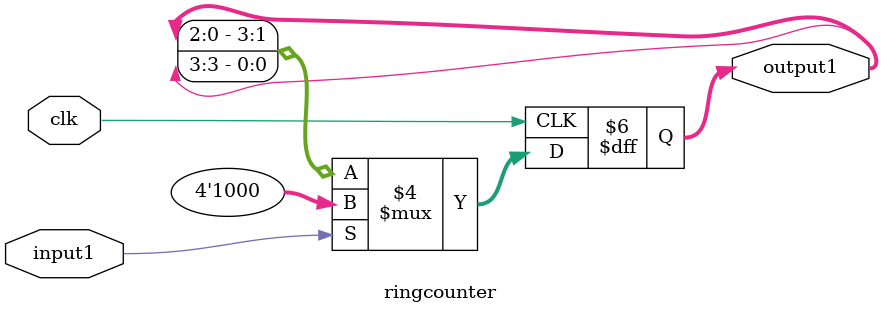
<source format=v>
module ringcounter(clk, input1, output1);
input clk; 
input input1;
output [3:0]output1; 
reg [3:0]output1;
always@(posedge clk) 
if(input1 == 1)
    output1 <= 4'b1000; 
else 
    output1 <= {output1[2:0],output1[3]};	
endmodule 
</source>
